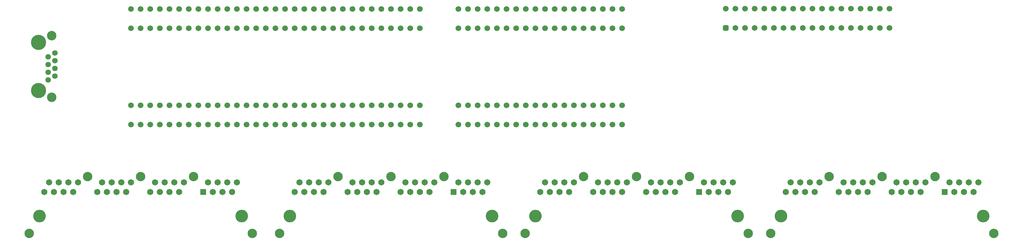
<source format=gbs>
%TF.GenerationSoftware,KiCad,Pcbnew,9.0.2*%
%TF.CreationDate,2025-06-08T18:41:35+02:00*%
%TF.ProjectId,HCP65 Board Tester,48435036-3520-4426-9f61-726420546573,V0*%
%TF.SameCoordinates,Original*%
%TF.FileFunction,Soldermask,Bot*%
%TF.FilePolarity,Negative*%
%FSLAX46Y46*%
G04 Gerber Fmt 4.6, Leading zero omitted, Abs format (unit mm)*
G04 Created by KiCad (PCBNEW 9.0.2) date 2025-06-08 18:41:35*
%MOMM*%
%LPD*%
G01*
G04 APERTURE LIST*
G04 Aperture macros list*
%AMRoundRect*
0 Rectangle with rounded corners*
0 $1 Rounding radius*
0 $2 $3 $4 $5 $6 $7 $8 $9 X,Y pos of 4 corners*
0 Add a 4 corners polygon primitive as box body*
4,1,4,$2,$3,$4,$5,$6,$7,$8,$9,$2,$3,0*
0 Add four circle primitives for the rounded corners*
1,1,$1+$1,$2,$3*
1,1,$1+$1,$4,$5*
1,1,$1+$1,$6,$7*
1,1,$1+$1,$8,$9*
0 Add four rect primitives between the rounded corners*
20,1,$1+$1,$2,$3,$4,$5,0*
20,1,$1+$1,$4,$5,$6,$7,0*
20,1,$1+$1,$6,$7,$8,$9,0*
20,1,$1+$1,$8,$9,$2,$3,0*%
G04 Aperture macros list end*
%ADD10C,3.330000*%
%ADD11R,1.650000X1.650000*%
%ADD12C,1.650000*%
%ADD13C,2.475000*%
%ADD14RoundRect,0.375000X0.375000X0.375000X-0.375000X0.375000X-0.375000X-0.375000X0.375000X-0.375000X0*%
%ADD15C,1.500000*%
%ADD16C,4.000000*%
%ADD17C,1.470000*%
%ADD18C,2.500000*%
G04 APERTURE END LIST*
D10*
%TO.C,J5*%
X41910000Y-54610000D03*
X95250000Y-54610000D03*
D11*
X85090000Y-48260000D03*
D12*
X86360000Y-45720000D03*
X87630000Y-48260000D03*
X88900000Y-45720000D03*
X90170000Y-48260000D03*
X91440000Y-45720000D03*
X92710000Y-48260000D03*
X93980000Y-45720000D03*
X71120000Y-48260000D03*
X73660000Y-48260000D03*
X72390000Y-45720000D03*
X74930000Y-45720000D03*
X76200000Y-48260000D03*
X77470000Y-45720000D03*
X78740000Y-48260000D03*
X80010000Y-45720000D03*
X57150000Y-48260000D03*
X58420000Y-45720000D03*
X59690000Y-48260000D03*
X60960000Y-45720000D03*
X62230000Y-48260000D03*
X63500000Y-45720000D03*
X64770000Y-48260000D03*
X66040000Y-45720000D03*
X43180000Y-48260000D03*
X45720000Y-48260000D03*
X44450000Y-45720000D03*
X46990000Y-45720000D03*
X48260000Y-48260000D03*
X49530000Y-45720000D03*
X50800000Y-48260000D03*
X52070000Y-45720000D03*
D13*
X39120000Y-59180000D03*
X54610000Y-44200000D03*
X68580000Y-44200000D03*
X82550000Y-44200000D03*
X98040000Y-59180000D03*
%TD*%
D10*
%TO.C,J6*%
X171450000Y-54610000D03*
X224790000Y-54610000D03*
D11*
X214630000Y-48260000D03*
D12*
X215900000Y-45720000D03*
X217170000Y-48260000D03*
X218440000Y-45720000D03*
X219710000Y-48260000D03*
X220980000Y-45720000D03*
X222250000Y-48260000D03*
X223520000Y-45720000D03*
X200660000Y-48260000D03*
X203200000Y-48260000D03*
X201930000Y-45720000D03*
X204470000Y-45720000D03*
X205740000Y-48260000D03*
X207010000Y-45720000D03*
X208280000Y-48260000D03*
X209550000Y-45720000D03*
X186690000Y-48260000D03*
X187960000Y-45720000D03*
X189230000Y-48260000D03*
X190500000Y-45720000D03*
X191770000Y-48260000D03*
X193040000Y-45720000D03*
X194310000Y-48260000D03*
X195580000Y-45720000D03*
X172720000Y-48260000D03*
X175260000Y-48260000D03*
X173990000Y-45720000D03*
X176530000Y-45720000D03*
X177800000Y-48260000D03*
X179070000Y-45720000D03*
X180340000Y-48260000D03*
X181610000Y-45720000D03*
D13*
X168660000Y-59180000D03*
X184150000Y-44200000D03*
X198120000Y-44200000D03*
X212090000Y-44200000D03*
X227580000Y-59180000D03*
%TD*%
D10*
%TO.C,J1*%
X-24130000Y-54610000D03*
X29210000Y-54610000D03*
D11*
X19050000Y-48260000D03*
D12*
X20320000Y-45720000D03*
X21590000Y-48260000D03*
X22860000Y-45720000D03*
X24130000Y-48260000D03*
X25400000Y-45720000D03*
X26670000Y-48260000D03*
X27940000Y-45720000D03*
X5080000Y-48260000D03*
X7620000Y-48260000D03*
X6350000Y-45720000D03*
X8890000Y-45720000D03*
X10160000Y-48260000D03*
X11430000Y-45720000D03*
X12700000Y-48260000D03*
X13970000Y-45720000D03*
X-8890000Y-48260000D03*
X-7620000Y-45720000D03*
X-6350000Y-48260000D03*
X-5080000Y-45720000D03*
X-3810000Y-48260000D03*
X-2540000Y-45720000D03*
X-1270000Y-48260000D03*
X0Y-45720000D03*
X-22860000Y-48260000D03*
X-20320000Y-48260000D03*
X-21590000Y-45720000D03*
X-19050000Y-45720000D03*
X-17780000Y-48260000D03*
X-16510000Y-45720000D03*
X-15240000Y-48260000D03*
X-13970000Y-45720000D03*
D13*
X-26920000Y-59180000D03*
X-11430000Y-44200000D03*
X2540000Y-44200000D03*
X16510000Y-44200000D03*
X32000000Y-59180000D03*
%TD*%
D10*
%TO.C,J4*%
X106680000Y-54610000D03*
X160020000Y-54610000D03*
D11*
X149860000Y-48260000D03*
D12*
X151130000Y-45720000D03*
X152400000Y-48260000D03*
X153670000Y-45720000D03*
X154940000Y-48260000D03*
X156210000Y-45720000D03*
X157480000Y-48260000D03*
X158750000Y-45720000D03*
X135890000Y-48260000D03*
X138430000Y-48260000D03*
X137160000Y-45720000D03*
X139700000Y-45720000D03*
X140970000Y-48260000D03*
X142240000Y-45720000D03*
X143510000Y-48260000D03*
X144780000Y-45720000D03*
X121920000Y-48260000D03*
X123190000Y-45720000D03*
X124460000Y-48260000D03*
X125730000Y-45720000D03*
X127000000Y-48260000D03*
X128270000Y-45720000D03*
X129540000Y-48260000D03*
X130810000Y-45720000D03*
X107950000Y-48260000D03*
X110490000Y-48260000D03*
X109220000Y-45720000D03*
X111760000Y-45720000D03*
X113030000Y-48260000D03*
X114300000Y-45720000D03*
X115570000Y-48260000D03*
X116840000Y-45720000D03*
D13*
X103890000Y-59180000D03*
X119380000Y-44200000D03*
X133350000Y-44200000D03*
X147320000Y-44200000D03*
X162810000Y-59180000D03*
%TD*%
D14*
%TO.C,MPD0*%
X156845000Y-4953000D03*
D15*
X156845000Y127000D03*
X159385000Y-4953000D03*
X159385000Y127000D03*
X161925000Y-4953000D03*
X161925000Y127000D03*
X164465000Y-4953000D03*
X164465000Y127000D03*
X167005000Y-4953000D03*
X167005000Y127000D03*
X169545000Y-4953000D03*
X169545000Y127000D03*
X172085000Y-4953000D03*
X172085000Y127000D03*
X174625000Y-4953000D03*
X174625000Y127000D03*
X177165000Y-4953000D03*
X177165000Y127000D03*
X179705000Y-4953000D03*
X179705000Y127000D03*
X182245000Y-4953000D03*
X182245000Y127000D03*
X184785000Y-4953000D03*
X184785000Y127000D03*
X187325000Y-4953000D03*
X187325000Y127000D03*
X189865000Y-4953000D03*
X189865000Y127000D03*
X192405000Y-4953000D03*
X192405000Y127000D03*
X194945000Y-4953000D03*
X194945000Y127000D03*
X197485000Y-4953000D03*
X197485000Y127000D03*
X200025000Y-4953000D03*
X200025000Y127000D03*
%TD*%
D16*
%TO.C,J2*%
X-24385000Y-8765000D03*
X-24385000Y-21465000D03*
D17*
X-21845000Y-18695000D03*
X-20064999Y-17675000D03*
X-21844999Y-16655000D03*
X-20064999Y-15635000D03*
X-21845000Y-14615000D03*
X-20065000Y-13595000D03*
X-21845000Y-12575000D03*
X-20065000Y-11555000D03*
D18*
X-20955000Y-23245000D03*
X-20955000Y-6985000D03*
%TD*%
D15*
%TO.C,DEV3*%
X0Y-25400000D03*
X2540000Y-25400000D03*
X5080000Y-25400000D03*
X7620000Y-25400000D03*
X10160000Y-25400000D03*
X12700000Y-25400000D03*
X15240000Y-25400000D03*
X17780000Y-25400000D03*
X20320000Y-25400000D03*
X22860000Y-25400000D03*
X25400000Y-25400000D03*
X27940000Y-25400000D03*
X30480000Y-25400000D03*
X33020000Y-25400000D03*
X35560000Y-25400000D03*
X38100000Y-25400000D03*
X40640000Y-25400000D03*
X43180000Y-25400000D03*
X45720000Y-25400000D03*
X48260000Y-25400000D03*
X50800000Y-25400000D03*
X53340000Y-25400000D03*
X55880000Y-25400000D03*
X58420000Y-25400000D03*
X60960000Y-25400000D03*
X63500000Y-25400000D03*
X66040000Y-25400000D03*
X68580000Y-25400000D03*
X71120000Y-25400000D03*
X73660000Y-25400000D03*
X76200000Y-25400000D03*
X0Y-30480000D03*
X2540000Y-30480000D03*
X5080000Y-30480000D03*
X7620000Y-30480000D03*
X10160000Y-30480000D03*
X12700000Y-30480000D03*
X15240000Y-30480000D03*
X17780000Y-30480000D03*
X20320000Y-30480000D03*
X22860000Y-30480000D03*
X25400000Y-30480000D03*
X27940000Y-30480000D03*
X30480000Y-30480000D03*
X33020000Y-30480000D03*
X35560000Y-30480000D03*
X38100000Y-30480000D03*
X40640000Y-30480000D03*
X43180000Y-30480000D03*
X45720000Y-30480000D03*
X48260000Y-30480000D03*
X50800000Y-30480000D03*
X53340000Y-30480000D03*
X55880000Y-30480000D03*
X58420000Y-30480000D03*
X60960000Y-30480000D03*
X63500000Y-30480000D03*
X66040000Y-30480000D03*
X68580000Y-30480000D03*
X71120000Y-30480000D03*
X73660000Y-30480000D03*
X76200000Y-30480000D03*
X86360000Y-25400000D03*
X88900000Y-25400000D03*
X91440000Y-25400000D03*
X93980000Y-25400000D03*
X96520000Y-25400000D03*
X99060000Y-25400000D03*
X101600000Y-25400000D03*
X104140000Y-25400000D03*
X106680000Y-25400000D03*
X109220000Y-25400000D03*
X111760000Y-25400000D03*
X114300000Y-25400000D03*
X116840000Y-25400000D03*
X119380000Y-25400000D03*
X121920000Y-25400000D03*
X124460000Y-25400000D03*
X127000000Y-25400000D03*
X129540000Y-25400000D03*
X86360000Y-30480000D03*
X88900000Y-30480000D03*
X91440000Y-30480000D03*
X93980000Y-30480000D03*
X96520000Y-30480000D03*
X99060000Y-30480000D03*
X101600000Y-30480000D03*
X104140000Y-30480000D03*
X106680000Y-30480000D03*
X109220000Y-30480000D03*
X111760000Y-30480000D03*
X114300000Y-30480000D03*
X116840000Y-30480000D03*
X119380000Y-30480000D03*
X121920000Y-30480000D03*
X124460000Y-30480000D03*
X127000000Y-30480000D03*
X129540000Y-30480000D03*
%TD*%
%TO.C,MPU0*%
X0Y0D03*
X2540000Y0D03*
X5080000Y0D03*
X7620000Y0D03*
X10160000Y0D03*
X12700000Y0D03*
X15240000Y0D03*
X17780000Y0D03*
X20320000Y0D03*
X22860000Y0D03*
X25400000Y0D03*
X27940000Y0D03*
X30480000Y0D03*
X33020000Y0D03*
X35560000Y0D03*
X38100000Y0D03*
X40640000Y0D03*
X43180000Y0D03*
X45720000Y0D03*
X48260000Y0D03*
X50800000Y0D03*
X53340000Y0D03*
X55880000Y0D03*
X58420000Y0D03*
X60960000Y0D03*
X63500000Y0D03*
X66040000Y0D03*
X68580000Y0D03*
X71120000Y0D03*
X73660000Y0D03*
X76200000Y0D03*
X0Y-5080000D03*
X2540000Y-5080000D03*
X5080000Y-5080000D03*
X7620000Y-5080000D03*
X10160000Y-5080000D03*
X12700000Y-5080000D03*
X15240000Y-5080000D03*
X17780000Y-5080000D03*
X20320000Y-5080000D03*
X22860000Y-5080000D03*
X25400000Y-5080000D03*
X27940000Y-5080000D03*
X30480000Y-5080000D03*
X33020000Y-5080000D03*
X35560000Y-5080000D03*
X38100000Y-5080000D03*
X40640000Y-5080000D03*
X43180000Y-5080000D03*
X45720000Y-5080000D03*
X48260000Y-5080000D03*
X50800000Y-5080000D03*
X53340000Y-5080000D03*
X55880000Y-5080000D03*
X58420000Y-5080000D03*
X60960000Y-5080000D03*
X63500000Y-5080000D03*
X66040000Y-5080000D03*
X68580000Y-5080000D03*
X71120000Y-5080000D03*
X73660000Y-5080000D03*
X76200000Y-5080000D03*
X86360000Y0D03*
X88900000Y0D03*
X91440000Y0D03*
X93980000Y0D03*
X96520000Y0D03*
X99060000Y0D03*
X101600000Y0D03*
X104140000Y0D03*
X106680000Y0D03*
X109220000Y0D03*
X111760000Y0D03*
X114300000Y0D03*
X116840000Y0D03*
X119380000Y0D03*
X121920000Y0D03*
X124460000Y0D03*
X127000000Y0D03*
X129540000Y0D03*
X86360000Y-5080000D03*
X88900000Y-5080000D03*
X91440000Y-5080000D03*
X93980000Y-5080000D03*
X96520000Y-5080000D03*
X99060000Y-5080000D03*
X101600000Y-5080000D03*
X104140000Y-5080000D03*
X106680000Y-5080000D03*
X109220000Y-5080000D03*
X111760000Y-5080000D03*
X114300000Y-5080000D03*
X116840000Y-5080000D03*
X119380000Y-5080000D03*
X121920000Y-5080000D03*
X124460000Y-5080000D03*
X127000000Y-5080000D03*
X129540000Y-5080000D03*
%TD*%
M02*

</source>
